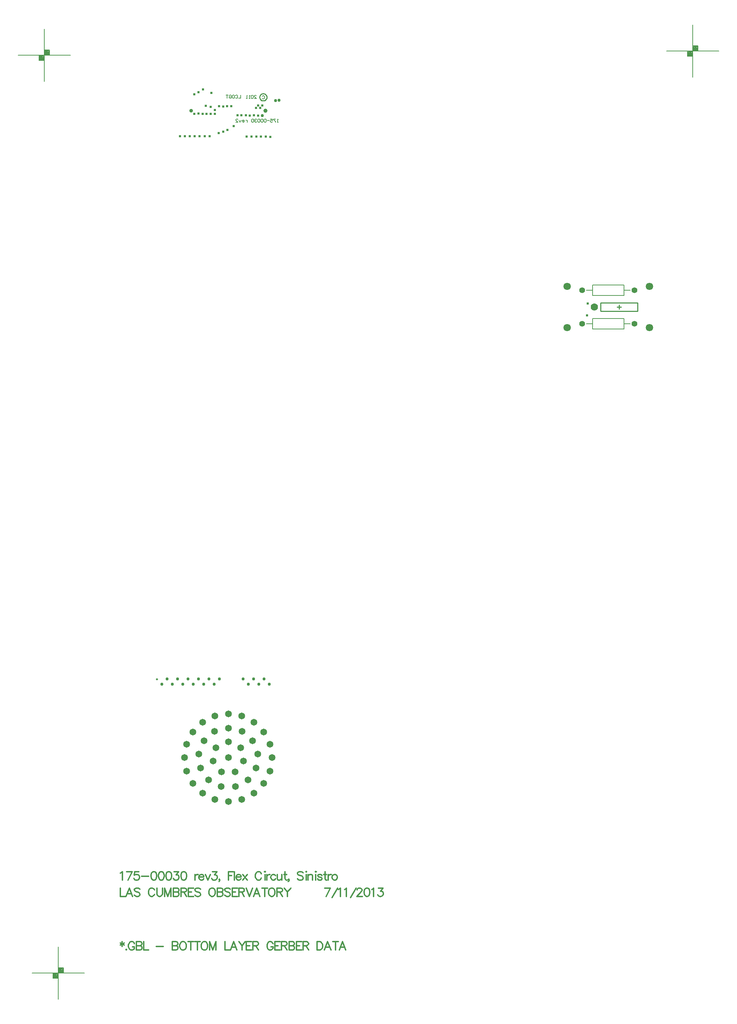
<source format=gbl>
%FSLAX23Y23*%
%MOIN*%
G70*
G01*
G75*
G04 Layer_Physical_Order=6*
G04 Layer_Color=16711680*
%ADD10C,0.030*%
%ADD11C,0.010*%
%ADD12R,0.059X0.118*%
%ADD13R,0.010X0.035*%
%ADD14R,0.063X0.071*%
%ADD15C,0.007*%
%ADD16C,0.008*%
%ADD17C,0.005*%
%ADD18C,0.012*%
%ADD19C,0.012*%
%ADD20C,0.012*%
%ADD21C,0.070*%
%ADD22C,0.065*%
%ADD23C,0.035*%
%ADD24C,0.039*%
%ADD25C,0.055*%
%ADD26C,0.071*%
%ADD27C,0.020*%
%ADD28C,0.030*%
%ADD29C,0.024*%
%ADD30C,0.008*%
D11*
X27273Y22428D02*
X27272Y22438D01*
X27268Y22447D01*
X27261Y22454D01*
X27253Y22460D01*
X27243Y22462D01*
X27233D01*
X27224Y22460D01*
X27216Y22454D01*
X27209Y22447D01*
X27205Y22438D01*
X27204Y22428D01*
X27205Y22418D01*
X27209Y22409D01*
X27216Y22402D01*
X27224Y22397D01*
X27233Y22394D01*
X27243D01*
X27253Y22397D01*
X27261Y22402D01*
X27268Y22409D01*
X27272Y22418D01*
X27273Y22428D01*
X30640Y20425D02*
X30660D01*
X30640Y20406D02*
Y20425D01*
Y20406D02*
Y20445D01*
Y20425D02*
Y20445D01*
X30621Y20425D02*
X30640D01*
X30463Y20386D02*
X30817D01*
Y20465D01*
X30463D02*
X30817D01*
X30463Y20386D02*
Y20465D01*
D16*
X31094Y22868D02*
X31594D01*
X31344Y22618D02*
Y23118D01*
X31394Y22868D02*
Y22918D01*
X31344D02*
X31394D01*
X31294Y22818D02*
Y22868D01*
Y22818D02*
X31344D01*
X31299Y22863D02*
X31339D01*
X31299Y22823D02*
Y22863D01*
Y22823D02*
X31339D01*
Y22863D01*
X31304Y22858D02*
X31334D01*
X31304Y22828D02*
Y22858D01*
Y22828D02*
X31334D01*
Y22853D01*
X31309D02*
X31329D01*
X31309Y22833D02*
Y22853D01*
Y22833D02*
X31329D01*
Y22848D01*
X31314D02*
X31324D01*
X31314Y22838D02*
Y22848D01*
Y22838D02*
X31324D01*
Y22848D01*
X31314Y22843D02*
X31324D01*
X31349Y22913D02*
X31389D01*
X31349Y22873D02*
Y22913D01*
Y22873D02*
X31389D01*
Y22913D01*
X31354Y22908D02*
X31384D01*
X31354Y22878D02*
Y22908D01*
Y22878D02*
X31384D01*
Y22903D01*
X31359D02*
X31379D01*
X31359Y22883D02*
Y22903D01*
Y22883D02*
X31379D01*
Y22898D01*
X31364D02*
X31374D01*
X31364Y22888D02*
Y22898D01*
Y22888D02*
X31374D01*
Y22898D01*
X31364Y22893D02*
X31374D01*
X24895Y22828D02*
X25395D01*
X25145Y22578D02*
Y23078D01*
X25195Y22828D02*
Y22878D01*
X25145D02*
X25195D01*
X25095Y22778D02*
Y22828D01*
Y22778D02*
X25145D01*
X25100Y22823D02*
X25140D01*
X25100Y22783D02*
Y22823D01*
Y22783D02*
X25140D01*
Y22823D01*
X25105Y22818D02*
X25135D01*
X25105Y22788D02*
Y22818D01*
Y22788D02*
X25135D01*
Y22813D01*
X25110D02*
X25130D01*
X25110Y22793D02*
Y22813D01*
Y22793D02*
X25130D01*
Y22808D01*
X25115D02*
X25125D01*
X25115Y22798D02*
Y22808D01*
Y22798D02*
X25125D01*
Y22808D01*
X25115Y22803D02*
X25125D01*
X25150Y22873D02*
X25190D01*
X25150Y22833D02*
Y22873D01*
Y22833D02*
X25190D01*
Y22873D01*
X25155Y22868D02*
X25185D01*
X25155Y22838D02*
Y22868D01*
Y22838D02*
X25185D01*
Y22863D01*
X25160D02*
X25180D01*
X25160Y22843D02*
Y22863D01*
Y22843D02*
X25180D01*
Y22858D01*
X25165D02*
X25175D01*
X25165Y22848D02*
Y22858D01*
Y22848D02*
X25175D01*
Y22858D01*
X25165Y22853D02*
X25175D01*
X25030Y14069D02*
X25530D01*
X25280Y13819D02*
Y14319D01*
X25330Y14069D02*
Y14119D01*
X25280D02*
X25330D01*
X25230Y14019D02*
Y14069D01*
Y14019D02*
X25280D01*
X25235Y14064D02*
X25275D01*
X25235Y14024D02*
Y14064D01*
Y14024D02*
X25275D01*
Y14064D01*
X25240Y14059D02*
X25270D01*
X25240Y14029D02*
Y14059D01*
Y14029D02*
X25270D01*
Y14054D01*
X25245D02*
X25265D01*
X25245Y14034D02*
Y14054D01*
Y14034D02*
X25265D01*
Y14049D01*
X25250D02*
X25260D01*
X25250Y14039D02*
Y14049D01*
Y14039D02*
X25260D01*
Y14049D01*
X25250Y14044D02*
X25260D01*
X25285Y14114D02*
X25325D01*
X25285Y14074D02*
Y14114D01*
Y14074D02*
X25325D01*
Y14114D01*
X25290Y14109D02*
X25320D01*
X25290Y14079D02*
Y14109D01*
Y14079D02*
X25320D01*
Y14104D01*
X25295D02*
X25315D01*
X25295Y14084D02*
Y14104D01*
Y14084D02*
X25315D01*
Y14099D01*
X25300D02*
X25310D01*
X25300Y14089D02*
Y14099D01*
Y14089D02*
X25310D01*
Y14099D01*
X25300Y14094D02*
X25310D01*
D17*
X27382Y22189D02*
X27372D01*
X27377D01*
Y22219D01*
X27382Y22214D01*
X27357Y22219D02*
X27337D01*
Y22214D01*
X27357Y22194D01*
Y22189D01*
X27307Y22219D02*
X27327D01*
Y22204D01*
X27317Y22209D01*
X27312D01*
X27307Y22204D01*
Y22194D01*
X27312Y22189D01*
X27322D01*
X27327Y22194D01*
X27297Y22204D02*
X27277D01*
X27267Y22214D02*
X27262Y22219D01*
X27252D01*
X27247Y22214D01*
Y22194D01*
X27252Y22189D01*
X27262D01*
X27267Y22194D01*
Y22214D01*
X27237D02*
X27232Y22219D01*
X27222D01*
X27217Y22214D01*
Y22194D01*
X27222Y22189D01*
X27232D01*
X27237Y22194D01*
Y22214D01*
X27207D02*
X27202Y22219D01*
X27192D01*
X27187Y22214D01*
Y22194D01*
X27192Y22189D01*
X27202D01*
X27207Y22194D01*
Y22214D01*
X27177D02*
X27172Y22219D01*
X27162D01*
X27157Y22214D01*
Y22209D01*
X27162Y22204D01*
X27167D01*
X27162D01*
X27157Y22199D01*
Y22194D01*
X27162Y22189D01*
X27172D01*
X27177Y22194D01*
X27147Y22214D02*
X27142Y22219D01*
X27132D01*
X27127Y22214D01*
Y22194D01*
X27132Y22189D01*
X27142D01*
X27147Y22194D01*
Y22214D01*
X27087Y22209D02*
Y22189D01*
Y22199D01*
X27082Y22204D01*
X27077Y22209D01*
X27072D01*
X27042Y22189D02*
X27052D01*
X27057Y22194D01*
Y22204D01*
X27052Y22209D01*
X27042D01*
X27037Y22204D01*
Y22199D01*
X27057D01*
X27027Y22209D02*
X27018Y22189D01*
X27008Y22209D01*
X26978Y22189D02*
X26998D01*
X26978Y22209D01*
Y22214D01*
X26983Y22219D01*
X26993D01*
X26998Y22214D01*
X27024Y22448D02*
Y22418D01*
X27004D01*
X26974Y22443D02*
X26979Y22448D01*
X26989D01*
X26994Y22443D01*
Y22423D01*
X26989Y22418D01*
X26979D01*
X26974Y22423D01*
X26949Y22448D02*
X26959D01*
X26964Y22443D01*
Y22423D01*
X26959Y22418D01*
X26949D01*
X26944Y22423D01*
Y22443D01*
X26949Y22448D01*
X26914Y22443D02*
X26919Y22448D01*
X26929D01*
X26934Y22443D01*
Y22423D01*
X26929Y22418D01*
X26919D01*
X26914Y22423D01*
Y22433D01*
X26924D01*
X26904Y22448D02*
X26884D01*
X26894D01*
Y22418D01*
X27229Y22437D02*
X27234Y22442D01*
X27244D01*
X27249Y22437D01*
Y22417D01*
X27244Y22412D01*
X27234D01*
X27229Y22417D01*
X27152Y22417D02*
X27172D01*
X27152Y22437D01*
Y22442D01*
X27157Y22447D01*
X27167D01*
X27172Y22442D01*
X27142D02*
X27137Y22447D01*
X27127D01*
X27122Y22442D01*
Y22422D01*
X27127Y22417D01*
X27137D01*
X27142Y22422D01*
Y22442D01*
X27112Y22417D02*
X27102D01*
X27107D01*
Y22447D01*
X27112Y22442D01*
X27087Y22417D02*
X27077D01*
X27082D01*
Y22447D01*
X27087Y22442D01*
D18*
X25891Y14368D02*
Y14322D01*
X25872Y14357D02*
X25910Y14334D01*
Y14357D02*
X25872Y14334D01*
X25930Y14296D02*
X25926Y14292D01*
X25930Y14288D01*
X25934Y14292D01*
X25930Y14296D01*
X26008Y14349D02*
X26005Y14357D01*
X25997Y14364D01*
X25989Y14368D01*
X25974D01*
X25966Y14364D01*
X25959Y14357D01*
X25955Y14349D01*
X25951Y14338D01*
Y14319D01*
X25955Y14307D01*
X25959Y14299D01*
X25966Y14292D01*
X25974Y14288D01*
X25989D01*
X25997Y14292D01*
X26005Y14299D01*
X26008Y14307D01*
Y14319D01*
X25989D02*
X26008D01*
X26027Y14368D02*
Y14288D01*
Y14368D02*
X26061D01*
X26072Y14364D01*
X26076Y14360D01*
X26080Y14353D01*
Y14345D01*
X26076Y14338D01*
X26072Y14334D01*
X26061Y14330D01*
X26027D02*
X26061D01*
X26072Y14326D01*
X26076Y14322D01*
X26080Y14315D01*
Y14303D01*
X26076Y14296D01*
X26072Y14292D01*
X26061Y14288D01*
X26027D01*
X26098Y14368D02*
Y14288D01*
X26144D01*
X26215Y14322D02*
X26284D01*
X26370Y14368D02*
Y14288D01*
Y14368D02*
X26404D01*
X26416Y14364D01*
X26420Y14360D01*
X26424Y14353D01*
Y14345D01*
X26420Y14338D01*
X26416Y14334D01*
X26404Y14330D01*
X26370D02*
X26404D01*
X26416Y14326D01*
X26420Y14322D01*
X26424Y14315D01*
Y14303D01*
X26420Y14296D01*
X26416Y14292D01*
X26404Y14288D01*
X26370D01*
X26464Y14368D02*
X26457Y14364D01*
X26449Y14357D01*
X26445Y14349D01*
X26441Y14338D01*
Y14319D01*
X26445Y14307D01*
X26449Y14299D01*
X26457Y14292D01*
X26464Y14288D01*
X26479D01*
X26487Y14292D01*
X26495Y14299D01*
X26499Y14307D01*
X26502Y14319D01*
Y14338D01*
X26499Y14349D01*
X26495Y14357D01*
X26487Y14364D01*
X26479Y14368D01*
X26464D01*
X26548D02*
Y14288D01*
X26521Y14368D02*
X26574D01*
X26611D02*
Y14288D01*
X26584Y14368D02*
X26637D01*
X26670D02*
X26662Y14364D01*
X26654Y14357D01*
X26651Y14349D01*
X26647Y14338D01*
Y14319D01*
X26651Y14307D01*
X26654Y14299D01*
X26662Y14292D01*
X26670Y14288D01*
X26685D01*
X26692Y14292D01*
X26700Y14299D01*
X26704Y14307D01*
X26708Y14319D01*
Y14338D01*
X26704Y14349D01*
X26700Y14357D01*
X26692Y14364D01*
X26685Y14368D01*
X26670D01*
X26726D02*
Y14288D01*
Y14368D02*
X26757Y14288D01*
X26787Y14368D02*
X26757Y14288D01*
X26787Y14368D02*
Y14288D01*
X26873Y14368D02*
Y14288D01*
X26919D01*
X26988D02*
X26958Y14368D01*
X26927Y14288D01*
X26939Y14315D02*
X26977D01*
X27007Y14368D02*
X27037Y14330D01*
Y14288D01*
X27068Y14368D02*
X27037Y14330D01*
X27128Y14368D02*
X27078D01*
Y14288D01*
X27128D01*
X27078Y14330D02*
X27109D01*
X27141Y14368D02*
Y14288D01*
Y14368D02*
X27175D01*
X27187Y14364D01*
X27191Y14360D01*
X27194Y14353D01*
Y14345D01*
X27191Y14338D01*
X27187Y14334D01*
X27175Y14330D01*
X27141D01*
X27168D02*
X27194Y14288D01*
X27332Y14349D02*
X27328Y14357D01*
X27321Y14364D01*
X27313Y14368D01*
X27298D01*
X27290Y14364D01*
X27283Y14357D01*
X27279Y14349D01*
X27275Y14338D01*
Y14319D01*
X27279Y14307D01*
X27283Y14299D01*
X27290Y14292D01*
X27298Y14288D01*
X27313D01*
X27321Y14292D01*
X27328Y14299D01*
X27332Y14307D01*
Y14319D01*
X27313D02*
X27332D01*
X27400Y14368D02*
X27351D01*
Y14288D01*
X27400D01*
X27351Y14330D02*
X27381D01*
X27413Y14368D02*
Y14288D01*
Y14368D02*
X27448D01*
X27459Y14364D01*
X27463Y14360D01*
X27467Y14353D01*
Y14345D01*
X27463Y14338D01*
X27459Y14334D01*
X27448Y14330D01*
X27413D01*
X27440D02*
X27467Y14288D01*
X27485Y14368D02*
Y14288D01*
Y14368D02*
X27519D01*
X27530Y14364D01*
X27534Y14360D01*
X27538Y14353D01*
Y14345D01*
X27534Y14338D01*
X27530Y14334D01*
X27519Y14330D01*
X27485D02*
X27519D01*
X27530Y14326D01*
X27534Y14322D01*
X27538Y14315D01*
Y14303D01*
X27534Y14296D01*
X27530Y14292D01*
X27519Y14288D01*
X27485D01*
X27605Y14368D02*
X27556D01*
Y14288D01*
X27605D01*
X27556Y14330D02*
X27586D01*
X27619Y14368D02*
Y14288D01*
Y14368D02*
X27653D01*
X27664Y14364D01*
X27668Y14360D01*
X27672Y14353D01*
Y14345D01*
X27668Y14338D01*
X27664Y14334D01*
X27653Y14330D01*
X27619D01*
X27645D02*
X27672Y14288D01*
X27753Y14368D02*
Y14288D01*
Y14368D02*
X27779D01*
X27791Y14364D01*
X27798Y14357D01*
X27802Y14349D01*
X27806Y14338D01*
Y14319D01*
X27802Y14307D01*
X27798Y14299D01*
X27791Y14292D01*
X27779Y14288D01*
X27753D01*
X27885D02*
X27854Y14368D01*
X27824Y14288D01*
X27835Y14315D02*
X27873D01*
X27930Y14368D02*
Y14288D01*
X27904Y14368D02*
X27957D01*
X28027Y14288D02*
X27997Y14368D01*
X27966Y14288D01*
X27978Y14315D02*
X28016D01*
D19*
X25874Y14880D02*
Y14800D01*
X25920D01*
X25989D02*
X25959Y14880D01*
X25928Y14800D01*
X25940Y14827D02*
X25978D01*
X26061Y14868D02*
X26054Y14876D01*
X26042Y14880D01*
X26027D01*
X26016Y14876D01*
X26008Y14868D01*
Y14861D01*
X26012Y14853D01*
X26016Y14849D01*
X26023Y14846D01*
X26046Y14838D01*
X26054Y14834D01*
X26057Y14830D01*
X26061Y14823D01*
Y14811D01*
X26054Y14804D01*
X26042Y14800D01*
X26027D01*
X26016Y14804D01*
X26008Y14811D01*
X26199Y14861D02*
X26195Y14868D01*
X26188Y14876D01*
X26180Y14880D01*
X26165D01*
X26157Y14876D01*
X26150Y14868D01*
X26146Y14861D01*
X26142Y14849D01*
Y14830D01*
X26146Y14819D01*
X26150Y14811D01*
X26157Y14804D01*
X26165Y14800D01*
X26180D01*
X26188Y14804D01*
X26195Y14811D01*
X26199Y14819D01*
X26222Y14880D02*
Y14823D01*
X26225Y14811D01*
X26233Y14804D01*
X26244Y14800D01*
X26252D01*
X26264Y14804D01*
X26271Y14811D01*
X26275Y14823D01*
Y14880D01*
X26297D02*
Y14800D01*
Y14880D02*
X26327Y14800D01*
X26358Y14880D02*
X26327Y14800D01*
X26358Y14880D02*
Y14800D01*
X26381Y14880D02*
Y14800D01*
Y14880D02*
X26415D01*
X26427Y14876D01*
X26430Y14872D01*
X26434Y14865D01*
Y14857D01*
X26430Y14849D01*
X26427Y14846D01*
X26415Y14842D01*
X26381D02*
X26415D01*
X26427Y14838D01*
X26430Y14834D01*
X26434Y14827D01*
Y14815D01*
X26430Y14808D01*
X26427Y14804D01*
X26415Y14800D01*
X26381D01*
X26452Y14880D02*
Y14800D01*
Y14880D02*
X26486D01*
X26498Y14876D01*
X26502Y14872D01*
X26505Y14865D01*
Y14857D01*
X26502Y14849D01*
X26498Y14846D01*
X26486Y14842D01*
X26452D01*
X26479D02*
X26505Y14800D01*
X26573Y14880D02*
X26523D01*
Y14800D01*
X26573D01*
X26523Y14842D02*
X26554D01*
X26639Y14868D02*
X26632Y14876D01*
X26620Y14880D01*
X26605D01*
X26594Y14876D01*
X26586Y14868D01*
Y14861D01*
X26590Y14853D01*
X26594Y14849D01*
X26601Y14846D01*
X26624Y14838D01*
X26632Y14834D01*
X26636Y14830D01*
X26639Y14823D01*
Y14811D01*
X26632Y14804D01*
X26620Y14800D01*
X26605D01*
X26594Y14804D01*
X26586Y14811D01*
X26743Y14880D02*
X26735Y14876D01*
X26728Y14868D01*
X26724Y14861D01*
X26720Y14849D01*
Y14830D01*
X26724Y14819D01*
X26728Y14811D01*
X26735Y14804D01*
X26743Y14800D01*
X26758D01*
X26766Y14804D01*
X26773Y14811D01*
X26777Y14819D01*
X26781Y14830D01*
Y14849D01*
X26777Y14861D01*
X26773Y14868D01*
X26766Y14876D01*
X26758Y14880D01*
X26743D01*
X26800D02*
Y14800D01*
Y14880D02*
X26834D01*
X26845Y14876D01*
X26849Y14872D01*
X26853Y14865D01*
Y14857D01*
X26849Y14849D01*
X26845Y14846D01*
X26834Y14842D01*
X26800D02*
X26834D01*
X26845Y14838D01*
X26849Y14834D01*
X26853Y14827D01*
Y14815D01*
X26849Y14808D01*
X26845Y14804D01*
X26834Y14800D01*
X26800D01*
X26924Y14868D02*
X26917Y14876D01*
X26905Y14880D01*
X26890D01*
X26879Y14876D01*
X26871Y14868D01*
Y14861D01*
X26875Y14853D01*
X26879Y14849D01*
X26886Y14846D01*
X26909Y14838D01*
X26917Y14834D01*
X26921Y14830D01*
X26924Y14823D01*
Y14811D01*
X26917Y14804D01*
X26905Y14800D01*
X26890D01*
X26879Y14804D01*
X26871Y14811D01*
X26992Y14880D02*
X26942D01*
Y14800D01*
X26992D01*
X26942Y14842D02*
X26973D01*
X27005Y14880D02*
Y14800D01*
Y14880D02*
X27039D01*
X27051Y14876D01*
X27055Y14872D01*
X27058Y14865D01*
Y14857D01*
X27055Y14849D01*
X27051Y14846D01*
X27039Y14842D01*
X27005D01*
X27032D02*
X27058Y14800D01*
X27076Y14880D02*
X27107Y14800D01*
X27137Y14880D02*
X27107Y14800D01*
X27208D02*
X27178Y14880D01*
X27148Y14800D01*
X27159Y14827D02*
X27197D01*
X27254Y14880D02*
Y14800D01*
X27227Y14880D02*
X27280D01*
X27313D02*
X27305Y14876D01*
X27298Y14868D01*
X27294Y14861D01*
X27290Y14849D01*
Y14830D01*
X27294Y14819D01*
X27298Y14811D01*
X27305Y14804D01*
X27313Y14800D01*
X27328D01*
X27336Y14804D01*
X27343Y14811D01*
X27347Y14819D01*
X27351Y14830D01*
Y14849D01*
X27347Y14861D01*
X27343Y14868D01*
X27336Y14876D01*
X27328Y14880D01*
X27313D01*
X27370D02*
Y14800D01*
Y14880D02*
X27404D01*
X27415Y14876D01*
X27419Y14872D01*
X27423Y14865D01*
Y14857D01*
X27419Y14849D01*
X27415Y14846D01*
X27404Y14842D01*
X27370D01*
X27396D02*
X27423Y14800D01*
X27441Y14880D02*
X27471Y14842D01*
Y14800D01*
X27502Y14880D02*
X27471Y14842D01*
X27880Y14880D02*
X27841Y14800D01*
X27826Y14880D02*
X27880D01*
X27897Y14788D02*
X27951Y14880D01*
X27956Y14865D02*
X27964Y14868D01*
X27975Y14880D01*
Y14800D01*
X28015Y14865D02*
X28022Y14868D01*
X28034Y14880D01*
Y14800D01*
X28073Y14788D02*
X28127Y14880D01*
X28136Y14861D02*
Y14865D01*
X28140Y14872D01*
X28143Y14876D01*
X28151Y14880D01*
X28166D01*
X28174Y14876D01*
X28178Y14872D01*
X28182Y14865D01*
Y14857D01*
X28178Y14849D01*
X28170Y14838D01*
X28132Y14800D01*
X28185D01*
X28226Y14880D02*
X28215Y14876D01*
X28207Y14865D01*
X28203Y14846D01*
Y14834D01*
X28207Y14815D01*
X28215Y14804D01*
X28226Y14800D01*
X28234D01*
X28245Y14804D01*
X28253Y14815D01*
X28257Y14834D01*
Y14846D01*
X28253Y14865D01*
X28245Y14876D01*
X28234Y14880D01*
X28226D01*
X28275Y14865D02*
X28282Y14868D01*
X28294Y14880D01*
Y14800D01*
X28341Y14880D02*
X28383D01*
X28360Y14849D01*
X28371D01*
X28379Y14846D01*
X28383Y14842D01*
X28386Y14830D01*
Y14823D01*
X28383Y14811D01*
X28375Y14804D01*
X28364Y14800D01*
X28352D01*
X28341Y14804D01*
X28337Y14808D01*
X28333Y14815D01*
D20*
X25874Y15021D02*
X25881Y15025D01*
X25893Y15036D01*
Y14956D01*
X25986Y15036D02*
X25948Y14956D01*
X25933Y15036D02*
X25986D01*
X26049D02*
X26011D01*
X26008Y15002D01*
X26011Y15006D01*
X26023Y15010D01*
X26034D01*
X26046Y15006D01*
X26053Y14998D01*
X26057Y14987D01*
Y14979D01*
X26053Y14968D01*
X26046Y14960D01*
X26034Y14956D01*
X26023D01*
X26011Y14960D01*
X26008Y14964D01*
X26004Y14971D01*
X26075Y14991D02*
X26144D01*
X26190Y15036D02*
X26179Y15032D01*
X26171Y15021D01*
X26167Y15002D01*
Y14991D01*
X26171Y14971D01*
X26179Y14960D01*
X26190Y14956D01*
X26198D01*
X26209Y14960D01*
X26217Y14971D01*
X26220Y14991D01*
Y15002D01*
X26217Y15021D01*
X26209Y15032D01*
X26198Y15036D01*
X26190D01*
X26261D02*
X26250Y15032D01*
X26242Y15021D01*
X26238Y15002D01*
Y14991D01*
X26242Y14971D01*
X26250Y14960D01*
X26261Y14956D01*
X26269D01*
X26280Y14960D01*
X26288Y14971D01*
X26292Y14991D01*
Y15002D01*
X26288Y15021D01*
X26280Y15032D01*
X26269Y15036D01*
X26261D01*
X26332D02*
X26321Y15032D01*
X26313Y15021D01*
X26310Y15002D01*
Y14991D01*
X26313Y14971D01*
X26321Y14960D01*
X26332Y14956D01*
X26340D01*
X26351Y14960D01*
X26359Y14971D01*
X26363Y14991D01*
Y15002D01*
X26359Y15021D01*
X26351Y15032D01*
X26340Y15036D01*
X26332D01*
X26388D02*
X26430D01*
X26407Y15006D01*
X26419D01*
X26427Y15002D01*
X26430Y14998D01*
X26434Y14987D01*
Y14979D01*
X26430Y14968D01*
X26423Y14960D01*
X26411Y14956D01*
X26400D01*
X26388Y14960D01*
X26385Y14964D01*
X26381Y14971D01*
X26475Y15036D02*
X26463Y15032D01*
X26456Y15021D01*
X26452Y15002D01*
Y14991D01*
X26456Y14971D01*
X26463Y14960D01*
X26475Y14956D01*
X26483D01*
X26494Y14960D01*
X26502Y14971D01*
X26505Y14991D01*
Y15002D01*
X26502Y15021D01*
X26494Y15032D01*
X26483Y15036D01*
X26475D01*
X26586Y15010D02*
Y14956D01*
Y14987D02*
X26590Y14998D01*
X26598Y15006D01*
X26605Y15010D01*
X26617D01*
X26624Y14987D02*
X26670D01*
Y14994D01*
X26666Y15002D01*
X26662Y15006D01*
X26654Y15010D01*
X26643D01*
X26635Y15006D01*
X26628Y14998D01*
X26624Y14987D01*
Y14979D01*
X26628Y14968D01*
X26635Y14960D01*
X26643Y14956D01*
X26654D01*
X26662Y14960D01*
X26670Y14968D01*
X26687Y15010D02*
X26710Y14956D01*
X26732Y15010D02*
X26710Y14956D01*
X26753Y15036D02*
X26795D01*
X26772Y15006D01*
X26783D01*
X26791Y15002D01*
X26795Y14998D01*
X26799Y14987D01*
Y14979D01*
X26795Y14968D01*
X26787Y14960D01*
X26776Y14956D01*
X26764D01*
X26753Y14960D01*
X26749Y14964D01*
X26745Y14971D01*
X26824Y14960D02*
X26820Y14956D01*
X26817Y14960D01*
X26820Y14964D01*
X26824Y14960D01*
Y14952D01*
X26820Y14945D01*
X26817Y14941D01*
X26905Y15036D02*
Y14956D01*
Y15036D02*
X26954D01*
X26905Y14998D02*
X26935D01*
X26963Y15036D02*
Y14956D01*
X26980Y14987D02*
X27026D01*
Y14994D01*
X27022Y15002D01*
X27018Y15006D01*
X27010Y15010D01*
X26999D01*
X26991Y15006D01*
X26984Y14998D01*
X26980Y14987D01*
Y14979D01*
X26984Y14968D01*
X26991Y14960D01*
X26999Y14956D01*
X27010D01*
X27018Y14960D01*
X27026Y14968D01*
X27043Y15010D02*
X27085Y14956D01*
Y15010D02*
X27043Y14956D01*
X27221Y15017D02*
X27218Y15025D01*
X27210Y15032D01*
X27202Y15036D01*
X27187D01*
X27179Y15032D01*
X27172Y15025D01*
X27168Y15017D01*
X27164Y15006D01*
Y14987D01*
X27168Y14975D01*
X27172Y14968D01*
X27179Y14960D01*
X27187Y14956D01*
X27202D01*
X27210Y14960D01*
X27218Y14968D01*
X27221Y14975D01*
X27251Y15036D02*
X27255Y15032D01*
X27259Y15036D01*
X27255Y15040D01*
X27251Y15036D01*
X27255Y15010D02*
Y14956D01*
X27273Y15010D02*
Y14956D01*
Y14987D02*
X27277Y14998D01*
X27285Y15006D01*
X27292Y15010D01*
X27304D01*
X27357Y14998D02*
X27349Y15006D01*
X27341Y15010D01*
X27330D01*
X27322Y15006D01*
X27315Y14998D01*
X27311Y14987D01*
Y14979D01*
X27315Y14968D01*
X27322Y14960D01*
X27330Y14956D01*
X27341D01*
X27349Y14960D01*
X27357Y14968D01*
X27374Y15010D02*
Y14971D01*
X27378Y14960D01*
X27385Y14956D01*
X27397D01*
X27404Y14960D01*
X27416Y14971D01*
Y15010D02*
Y14956D01*
X27448Y15036D02*
Y14971D01*
X27452Y14960D01*
X27459Y14956D01*
X27467D01*
X27437Y15010D02*
X27463D01*
X27486Y14960D02*
X27482Y14956D01*
X27478Y14960D01*
X27482Y14964D01*
X27486Y14960D01*
Y14952D01*
X27482Y14945D01*
X27478Y14941D01*
X27620Y15025D02*
X27612Y15032D01*
X27601Y15036D01*
X27586D01*
X27574Y15032D01*
X27566Y15025D01*
Y15017D01*
X27570Y15010D01*
X27574Y15006D01*
X27582Y15002D01*
X27605Y14994D01*
X27612Y14991D01*
X27616Y14987D01*
X27620Y14979D01*
Y14968D01*
X27612Y14960D01*
X27601Y14956D01*
X27586D01*
X27574Y14960D01*
X27566Y14968D01*
X27645Y15036D02*
X27649Y15032D01*
X27653Y15036D01*
X27649Y15040D01*
X27645Y15036D01*
X27649Y15010D02*
Y14956D01*
X27667Y15010D02*
Y14956D01*
Y14994D02*
X27678Y15006D01*
X27686Y15010D01*
X27697D01*
X27705Y15006D01*
X27709Y14994D01*
Y14956D01*
X27737Y15036D02*
X27741Y15032D01*
X27745Y15036D01*
X27741Y15040D01*
X27737Y15036D01*
X27741Y15010D02*
Y14956D01*
X27801Y14998D02*
X27797Y15006D01*
X27786Y15010D01*
X27774D01*
X27763Y15006D01*
X27759Y14998D01*
X27763Y14991D01*
X27771Y14987D01*
X27790Y14983D01*
X27797Y14979D01*
X27801Y14971D01*
Y14968D01*
X27797Y14960D01*
X27786Y14956D01*
X27774D01*
X27763Y14960D01*
X27759Y14968D01*
X27829Y15036D02*
Y14971D01*
X27833Y14960D01*
X27841Y14956D01*
X27848D01*
X27818Y15010D02*
X27844D01*
X27860D02*
Y14956D01*
Y14987D02*
X27864Y14998D01*
X27871Y15006D01*
X27879Y15010D01*
X27890D01*
X27916D02*
X27909Y15006D01*
X27901Y14998D01*
X27897Y14987D01*
Y14979D01*
X27901Y14968D01*
X27909Y14960D01*
X27916Y14956D01*
X27928D01*
X27936Y14960D01*
X27943Y14968D01*
X27947Y14979D01*
Y14987D01*
X27943Y14998D01*
X27936Y15006D01*
X27928Y15010D01*
X27916D01*
D21*
X30404Y20425D02*
D03*
D22*
X27303Y15995D02*
D03*
X27323Y16124D02*
D03*
X27303Y16253D02*
D03*
X27243Y16370D02*
D03*
X26905Y16124D02*
D03*
Y16274D02*
D03*
X26788Y16218D02*
D03*
X26759Y16091D02*
D03*
X26840Y15989D02*
D03*
X26970Y15989D02*
D03*
X27051Y16091D02*
D03*
X27022Y16218D02*
D03*
X26905Y16407D02*
D03*
X26774Y16375D02*
D03*
X26672Y16285D02*
D03*
X26624Y16158D02*
D03*
X26640Y16024D02*
D03*
X26717Y15912D02*
D03*
X26837Y15849D02*
D03*
X26973Y15849D02*
D03*
X27093Y15912D02*
D03*
X27170Y16024D02*
D03*
X27186Y16158D02*
D03*
X27138Y16285D02*
D03*
X27037Y16375D02*
D03*
X26905Y16542D02*
D03*
X26776Y16522D02*
D03*
X26659Y16462D02*
D03*
X26567Y16370D02*
D03*
X26508Y16253D02*
D03*
X26487Y16124D02*
D03*
X26508Y15995D02*
D03*
X26567Y15878D02*
D03*
X26659Y15786D02*
D03*
X26776Y15727D02*
D03*
X26905Y15706D02*
D03*
X27034Y15727D02*
D03*
X27151Y15786D02*
D03*
X27243Y15878D02*
D03*
X27151Y16462D02*
D03*
X27034Y16522D02*
D03*
D23*
X26551Y22298D02*
D03*
D24*
X27259D02*
D03*
D25*
X30786Y20264D02*
D03*
X30286D02*
D03*
X30786Y20587D02*
D03*
X30286D02*
D03*
D26*
X30142Y20623D02*
D03*
Y20229D02*
D03*
X30930Y20228D02*
D03*
Y20622D02*
D03*
D27*
X26224Y16873D02*
D03*
D28*
X26720Y16874D02*
D03*
X26770Y16824D02*
D03*
X26270D02*
D03*
X26370D02*
D03*
X27295D02*
D03*
X27195D02*
D03*
X27095D02*
D03*
X27245Y16874D02*
D03*
X27145D02*
D03*
X27045D02*
D03*
X26470Y16824D02*
D03*
X26570D02*
D03*
X26670D02*
D03*
X26320Y16874D02*
D03*
X26420D02*
D03*
X26520D02*
D03*
X26620D02*
D03*
X26820D02*
D03*
X27391Y22398D02*
D03*
X27355Y22397D02*
D03*
X27230Y22253D02*
D03*
D29*
X26679Y22057D02*
D03*
X26895Y22116D02*
D03*
X26855Y22099D02*
D03*
X26813Y22085D02*
D03*
X26816Y22341D02*
D03*
X26776Y22306D02*
D03*
X26737Y22335D02*
D03*
X26691Y22347D02*
D03*
X26662Y22502D02*
D03*
X26621Y22475D02*
D03*
X26579Y22456D02*
D03*
X26777Y22269D02*
D03*
X26738Y22270D02*
D03*
X26698Y22268D02*
D03*
X26659Y22269D02*
D03*
X26620Y22272D02*
D03*
X26579Y22269D02*
D03*
X26726Y22057D02*
D03*
X26631D02*
D03*
X26584Y22057D02*
D03*
X26537D02*
D03*
X26490Y22057D02*
D03*
X26442D02*
D03*
X30334Y20344D02*
D03*
X30339Y20459D02*
D03*
X27305Y22050D02*
D03*
X27262Y22051D02*
D03*
X27218D02*
D03*
X27173D02*
D03*
X27126Y22052D02*
D03*
X27080D02*
D03*
X26855Y22339D02*
D03*
X26894Y22342D02*
D03*
X26934Y22343D02*
D03*
X27230Y22349D02*
D03*
X27210Y22327D02*
D03*
X27189Y22349D02*
D03*
X27170Y22326D02*
D03*
X27190Y22251D02*
D03*
X27111Y22253D02*
D03*
X27031Y22254D02*
D03*
X27150D02*
D03*
X27072Y22257D02*
D03*
X26993Y22255D02*
D03*
X26955Y22153D02*
D03*
X26743Y22469D02*
D03*
D30*
X30686Y20264D02*
X30746D01*
X30326D02*
X30386D01*
X30686Y20214D02*
Y20314D01*
X30386D02*
X30686D01*
X30386Y20214D02*
Y20314D01*
Y20214D02*
X30686D01*
X30326Y20587D02*
X30386D01*
X30686D02*
X30746D01*
X30386Y20537D02*
Y20637D01*
Y20537D02*
X30686D01*
Y20637D01*
X30386D02*
X30686D01*
M02*

</source>
